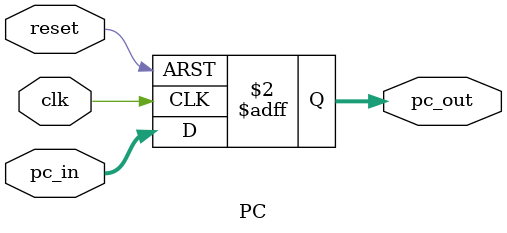
<source format=v>
module PC(
    input clk,
    input reset,
    input [31:0] pc_in,
    output reg [31:0] pc_out
);
    always @(posedge clk or posedge reset) begin
        if (reset)
            pc_out <= 32'b0;
        else
            pc_out <= pc_in;
    end
endmodule
</source>
